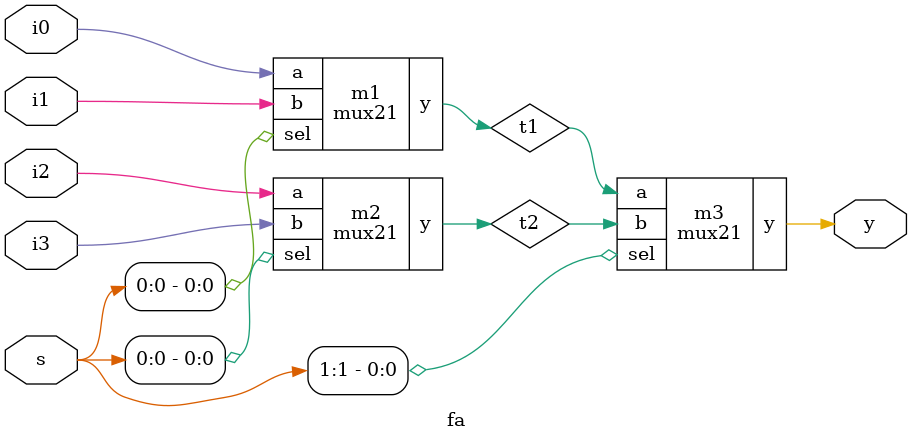
<source format=v>
`timescale 1ns / 1ps

module mux21(
    input a, b, sel,
    output y
);
    assign y = sel? a: b;
endmodule

//////////////////////////////////////

module fa(
    input i0, i1, i2, i3,
  input [1: 0] s,
    output y
);
    wire t1, t2;
    mux21 m1(i0, i1, s[0], t1);
    mux21 m2(i2, i3, s[0], t2);
    mux21 m3(t1, t2, s[1], y);
endmodule

</source>
